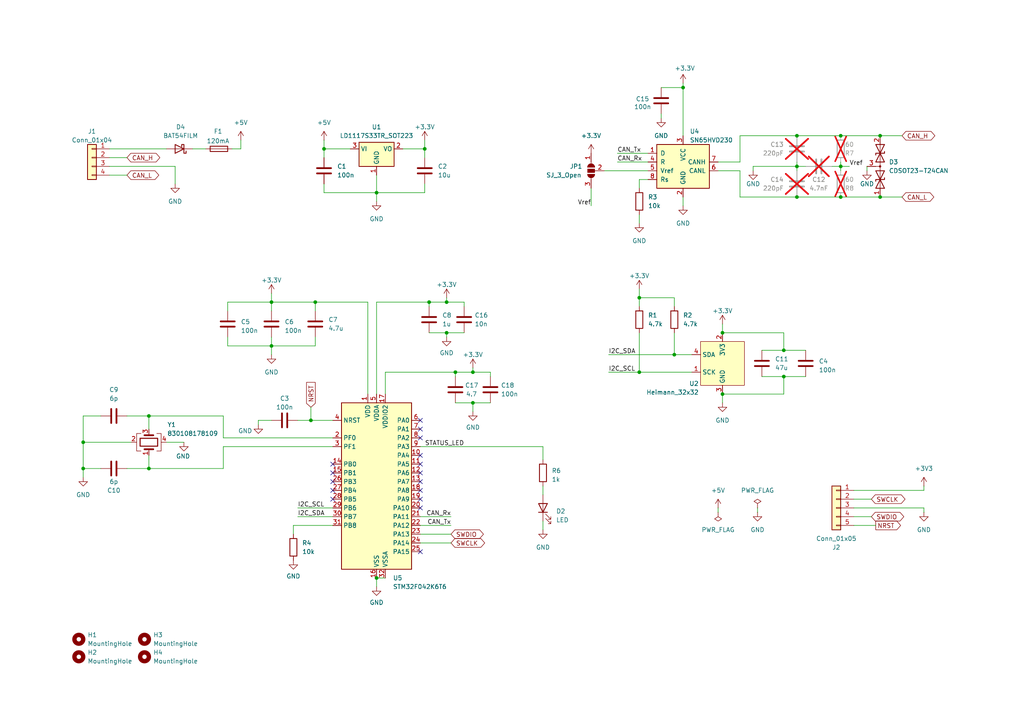
<source format=kicad_sch>
(kicad_sch (version 20231120) (generator "eeschema") (generator_version "8.0")
  (paper "A4")
  (lib_symbols
    (symbol "Connector_Generic:Conn_01x04" (pin_names (offset 1.016) hide)
      (property "Reference" "J" (at 0 5.08 0))
      (property "Value" "Conn_01x04" (at 0 -7.62 0))
      (symbol "Conn_01x04_1_1"
        (rectangle (start -1.27 -4.953) (end 0 -5.207) (stroke (width 0.1524)))
        (rectangle (start -1.27 -2.413) (end 0 -2.667) (stroke (width 0.1524)))
        (rectangle (start -1.27 0.127) (end 0 -0.127) (stroke (width 0.1524)))
        (rectangle (start -1.27 2.667) (end 0 2.413) (stroke (width 0.1524)))
        (rectangle (start -1.27 3.81) (end 1.27 -6.35) (stroke (width 0.254)) (fill (type background)))
        (pin passive line (at -5.08 2.54 0) (length 3.81) (name "Pin_1") (number "1"))
        (pin passive line (at -5.08 0 0) (length 3.81) (name "Pin_2") (number "2"))
        (pin passive line (at -5.08 -2.54 0) (length 3.81) (name "Pin_3") (number "3"))
        (pin passive line (at -5.08 -5.08 0) (length 3.81) (name "Pin_4") (number "4"))
      )
    )
    (symbol "Connector_Generic:Conn_01x05" (pin_names (offset 1.016) hide)
      (property "Reference" "J" (at 0 7.62 0))
      (property "Value" "Conn_01x05" (at 0 -7.62 0))
      (symbol "Conn_01x05_1_1"
        (rectangle (start -1.27 -4.953) (end 0 -5.207) (stroke (width 0.1524)))
        (rectangle (start -1.27 -2.413) (end 0 -2.667) (stroke (width 0.1524)))
        (rectangle (start -1.27 0.127) (end 0 -0.127) (stroke (width 0.1524)))
        (rectangle (start -1.27 2.667) (end 0 2.413) (stroke (width 0.1524)))
        (rectangle (start -1.27 5.207) (end 0 4.953) (stroke (width 0.1524)))
        (rectangle (start -1.27 6.35) (end 1.27 -6.35) (stroke (width 0.254)) (fill (type background)))
        (pin passive line (at -5.08 5.08 0) (length 3.81) (name "Pin_1") (number "1"))
        (pin passive line (at -5.08 2.54 0) (length 3.81) (name "Pin_2") (number "2"))
        (pin passive line (at -5.08 0 0) (length 3.81) (name "Pin_3") (number "3"))
        (pin passive line (at -5.08 -2.54 0) (length 3.81) (name "Pin_4") (number "4"))
        (pin passive line (at -5.08 -5.08 0) (length 3.81) (name "Pin_5") (number "5"))
      )
    )
    (symbol "Device:C" (pin_numbers hide) (pin_names (offset 0.254))
      (property "Reference" "C" (at 0.635 2.54 0))
      (property "Value" "C" (at 0.635 -2.54 0))
      (symbol "C_0_1"
        (polyline (pts (xy -2.032 -0.762) (xy 2.032 -0.762)) (stroke (width 0.508)))
        (polyline (pts (xy -2.032 0.762) (xy 2.032 0.762)) (stroke (width 0.508)))
      )
      (symbol "C_1_1"
        (pin passive line (at 0 3.81 270) (length 2.794) (name "~") (number "1"))
        (pin passive line (at 0 -3.81 90) (length 2.794) (name "~") (number "2"))
      )
    )
    (symbol "Device:D_Schottky" (pin_numbers hide) (pin_names (offset 1.016) hide)
      (property "Reference" "D" (at 0 2.54 0))
      (property "Value" "D_Schottky" (at 0 -2.54 0))
      (symbol "D_Schottky_0_1"
        (polyline (pts (xy 1.27 0) (xy -1.27 0)))
        (polyline (pts (xy 1.27 1.27) (xy 1.27 -1.27) (xy -1.27 0) (xy 1.27 1.27)) (stroke (width 0.254)))
        (polyline (pts (xy -1.905 0.635) (xy -1.905 1.27) (xy -1.27 1.27) (xy -1.27 -1.27) (xy -0.635 -1.27) (xy -0.635 -0.635)) (stroke (width 0.254)))
      )
      (symbol "D_Schottky_1_1"
        (pin passive line (at -3.81 0 0) (length 2.54) (name "K") (number "1"))
        (pin passive line (at 3.81 0 180) (length 2.54) (name "A") (number "2"))
      )
    )
    (symbol "Device:D_TVS_Dual_AAC" (pin_names (offset 1.016) hide)
      (property "Reference" "D" (at 0 4.445 0))
      (property "Value" "D_TVS_Dual_AAC" (at 0 2.54 0))
      (symbol "D_TVS_Dual_AAC_0_0"
        (polyline (pts (xy 0 -1.27) (xy 0 0)))
      )
      (symbol "D_TVS_Dual_AAC_0_1"
        (polyline (pts (xy -6.35 0) (xy 6.35 0)))
        (polyline (pts (xy -3.302 1.27) (xy -3.81 1.27) (xy -3.81 -1.27) (xy -4.318 -1.27)) (stroke (width 0.254)))
        (polyline (pts (xy 4.318 1.27) (xy 3.81 1.27) (xy 3.81 -1.27) (xy 3.302 -1.27)) (stroke (width 0.254)))
        (polyline (pts (xy -6.35 1.27) (xy -1.27 -1.27) (xy -1.27 1.27) (xy -6.35 -1.27) (xy -6.35 1.27)) (stroke (width 0.254)))
        (polyline (pts (xy 6.35 1.27) (xy 1.27 -1.27) (xy 1.27 1.27) (xy 6.35 -1.27) (xy 6.35 1.27)) (stroke (width 0.254)))
        (circle (center 0 0) (radius 0.254) (fill (type outline)))
      )
      (symbol "D_TVS_Dual_AAC_1_1"
        (pin passive line (at -8.89 0 0) (length 2.54) (name "A1") (number "1"))
        (pin passive line (at 8.89 0 180) (length 2.54) (name "A2") (number "2"))
        (pin input line (at 0 -3.81 90) (length 2.54) (name "common") (number "3"))
      )
    )
    (symbol "Device:Fuse" (pin_numbers hide) (pin_names (offset 0))
      (property "Reference" "F" (at 2.032 0 90))
      (property "Value" "Fuse" (at -1.905 0 90))
      (symbol "Fuse_0_1"
        (rectangle (start -0.762 -2.54) (end 0.762 2.54) (stroke (width 0.254)))
        (polyline (pts (xy 0 2.54) (xy 0 -2.54)))
      )
      (symbol "Fuse_1_1"
        (pin passive line (at 0 3.81 270) (length 1.27) (name "~") (number "1"))
        (pin passive line (at 0 -3.81 90) (length 1.27) (name "~") (number "2"))
      )
    )
    (symbol "Device:LED" (pin_numbers hide) (pin_names (offset 1.016) hide)
      (property "Reference" "D" (at 0 2.54 0))
      (property "Value" "LED" (at 0 -2.54 0))
      (symbol "LED_0_1"
        (polyline (pts (xy -1.27 -1.27) (xy -1.27 1.27)) (stroke (width 0.254)))
        (polyline (pts (xy -1.27 0) (xy 1.27 0)))
        (polyline (pts (xy 1.27 -1.27) (xy 1.27 1.27) (xy -1.27 0) (xy 1.27 -1.27)) (stroke (width 0.254)))
        (polyline (pts (xy -3.048 -0.762) (xy -4.572 -2.286) (xy -3.81 -2.286) (xy -4.572 -2.286) (xy -4.572 -1.524)))
        (polyline (pts (xy -1.778 -0.762) (xy -3.302 -2.286) (xy -2.54 -2.286) (xy -3.302 -2.286) (xy -3.302 -1.524)))
      )
      (symbol "LED_1_1"
        (pin passive line (at -3.81 0 0) (length 2.54) (name "K") (number "1"))
        (pin passive line (at 3.81 0 180) (length 2.54) (name "A") (number "2"))
      )
    )
    (symbol "Device:R" (pin_numbers hide) (pin_names (offset 0))
      (property "Reference" "R" (at 2.032 0 90))
      (property "Value" "R" (at 0 0 90))
      (symbol "R_0_1"
        (rectangle (start -1.016 -2.54) (end 1.016 2.54) (stroke (width 0.254)))
      )
      (symbol "R_1_1"
        (pin passive line (at 0 3.81 270) (length 1.27) (name "~") (number "1"))
        (pin passive line (at 0 -3.81 90) (length 1.27) (name "~") (number "2"))
      )
    )
    (symbol "FaSTTUBe_Crystals:830108178109" (pin_names (offset 1.016) hide)
      (property "Reference" "Y" (at 3.175 5.08 0))
      (property "Value" "830108178109" (at 3.175 3.175 0))
      (symbol "830108178109_0_1"
        (rectangle (start -1.143 2.54) (end 1.143 -2.54) (stroke (width 0.3048)))
        (polyline (pts (xy -2.54 0) (xy -2.032 0)))
        (polyline (pts (xy -2.032 -1.27) (xy -2.032 1.27)) (stroke (width 0.508)))
        (polyline (pts (xy 0 -3.81) (xy 0 -3.556)))
        (polyline (pts (xy 0 3.556) (xy 0 3.81)))
        (polyline (pts (xy 2.032 -1.27) (xy 2.032 1.27)) (stroke (width 0.508)))
        (polyline (pts (xy 2.032 0) (xy 2.54 0)))
        (polyline (pts (xy -2.54 -2.286) (xy -2.54 -3.556) (xy 2.54 -3.556) (xy 2.54 -2.286)))
        (polyline (pts (xy -2.54 2.286) (xy -2.54 3.556) (xy 2.54 3.556) (xy 2.54 2.286)))
      )
      (symbol "830108178109_1_1"
        (pin passive line (at -3.81 0 0) (length 1.27) (name "1") (number "1"))
        (pin passive line (at 0 5.08 270) (length 1.27) (name "2") (number "2"))
        (pin passive line (at 3.81 0 180) (length 1.27) (name "3") (number "3"))
        (pin passive line (at 0 -5.08 90) (length 1.27) (name "4") (number "4"))
      )
    )
    (symbol "GND_1" (power) (pin_numbers hide) (pin_names (offset 0) hide)
      (property "Value" "GND" (at 0 -3.81 0))
      (symbol "GND_1_0_1"
        (polyline (pts (xy 0 0) (xy 0 -1.27) (xy 1.27 -1.27) (xy 0 -2.54) (xy -1.27 -1.27) (xy 0 -1.27)))
      )
      (symbol "GND_1_1_1"
        (pin power_in line (at 0 0 270) (length 0) (name "~") (number "1"))
      )
    )
    (symbol "Interface_CAN_LIN:SN65HVD230" (pin_names (offset 1.016))
      (property "Reference" "U" (at -2.54 10.16 0))
      (property "Value" "SN65HVD230" (at -2.54 7.62 0))
      (symbol "SN65HVD230_0_1"
        (rectangle (start -7.62 5.08) (end 7.62 -7.62) (stroke (width 0.254)) (fill (type background)))
      )
      (symbol "SN65HVD230_1_1"
        (pin input line (at -10.16 2.54 0) (length 2.54) (name "D") (number "1"))
        (pin power_in line (at 0 -10.16 90) (length 2.54) (name "GND") (number "2"))
        (pin power_in line (at 0 7.62 270) (length 2.54) (name "VCC") (number "3"))
        (pin output line (at -10.16 0 0) (length 2.54) (name "R") (number "4"))
        (pin output line (at -10.16 -2.54 0) (length 2.54) (name "Vref") (number "5"))
        (pin bidirectional line (at 10.16 -2.54 180) (length 2.54) (name "CANL") (number "6"))
        (pin bidirectional line (at 10.16 0 180) (length 2.54) (name "CANH") (number "7"))
        (pin input line (at -10.16 -5.08 0) (length 2.54) (name "Rs") (number "8"))
      )
    )
    (symbol "Jumper:SolderJumper_3_Open" (pin_names (offset 0) hide)
      (property "Reference" "JP" (at -2.54 -2.54 0))
      (property "Value" "SolderJumper_3_Open" (at 0 2.794 0))
      (symbol "SolderJumper_3_Open_0_1"
        (arc (start -1.016 1.016) (mid -2.0276 0) (end -1.016 -1.016))
        (arc (start -1.016 1.016) (mid -2.0276 0) (end -1.016 -1.016) (fill (type outline)))
        (rectangle (start -0.508 1.016) (end 0.508 -1.016) (fill (type outline)))
        (polyline (pts (xy -2.54 0) (xy -2.032 0)))
        (polyline (pts (xy -1.016 1.016) (xy -1.016 -1.016)))
        (polyline (pts (xy 0 -1.27) (xy 0 -1.016)))
        (polyline (pts (xy 1.016 1.016) (xy 1.016 -1.016)))
        (polyline (pts (xy 2.54 0) (xy 2.032 0)))
        (arc (start 1.016 -1.016) (mid 2.0276 0) (end 1.016 1.016))
        (arc (start 1.016 -1.016) (mid 2.0276 0) (end 1.016 1.016) (fill (type outline)))
      )
      (symbol "SolderJumper_3_Open_1_1"
        (pin passive line (at -5.08 0 0) (length 2.54) (name "A") (number "1"))
        (pin passive line (at 0 -3.81 90) (length 2.54) (name "C") (number "2"))
        (pin passive line (at 5.08 0 180) (length 2.54) (name "B") (number "3"))
      )
    )
    (symbol "MCU_ST_STM32F0:STM32F042K6Tx"
      (property "Reference" "U" (at -10.16 26.67 0))
      (property "Value" "STM32F042K6Tx" (at 5.08 26.67 0))
      (symbol "STM32F042K6Tx_0_1"
        (rectangle (start -10.16 -22.86) (end 10.16 25.4) (stroke (width 0.254)) (fill (type background)))
      )
      (symbol "STM32F042K6Tx_1_1"
        (pin power_in line (at -2.54 27.94 270) (length 2.54) (name "VDD") (number "1"))
        (pin bidirectional line (at 12.7 10.16 180) (length 2.54) (name "PA4") (number "10"))
        (pin bidirectional line (at 12.7 7.62 180) (length 2.54) (name "PA5") (number "11"))
        (pin bidirectional line (at 12.7 5.08 180) (length 2.54) (name "PA6") (number "12"))
        (pin bidirectional line (at 12.7 2.54 180) (length 2.54) (name "PA7") (number "13"))
        (pin bidirectional line (at -12.7 7.62 0) (length 2.54) (name "PB0") (number "14"))
        (pin bidirectional line (at -12.7 5.08 0) (length 2.54) (name "PB1") (number "15"))
        (pin power_in line (at 0 -25.4 90) (length 2.54) (name "VSS") (number "16"))
        (pin power_in line (at 2.54 27.94 270) (length 2.54) (name "VDDIO2") (number "17"))
        (pin bidirectional line (at 12.7 0 180) (length 2.54) (name "PA8") (number "18"))
        (pin bidirectional line (at 12.7 -2.54 180) (length 2.54) (name "PA9") (number "19"))
        (pin bidirectional line (at -12.7 15.24 0) (length 2.54) (name "PF0") (number "2"))
        (pin bidirectional line (at 12.7 -5.08 180) (length 2.54) (name "PA10") (number "20"))
        (pin bidirectional line (at 12.7 -7.62 180) (length 2.54) (name "PA11") (number "21"))
        (pin bidirectional line (at 12.7 -10.16 180) (length 2.54) (name "PA12") (number "22"))
        (pin bidirectional line (at 12.7 -12.7 180) (length 2.54) (name "PA13") (number "23"))
        (pin bidirectional line (at 12.7 -15.24 180) (length 2.54) (name "PA14") (number "24"))
        (pin bidirectional line (at 12.7 -17.78 180) (length 2.54) (name "PA15") (number "25"))
        (pin bidirectional line (at -12.7 2.54 0) (length 2.54) (name "PB3") (number "26"))
        (pin bidirectional line (at -12.7 0 0) (length 2.54) (name "PB4") (number "27"))
        (pin bidirectional line (at -12.7 -2.54 0) (length 2.54) (name "PB5") (number "28"))
        (pin bidirectional line (at -12.7 -5.08 0) (length 2.54) (name "PB6") (number "29"))
        (pin bidirectional line (at -12.7 12.7 0) (length 2.54) (name "PF1") (number "3"))
        (pin bidirectional line (at -12.7 -7.62 0) (length 2.54) (name "PB7") (number "30"))
        (pin bidirectional line (at -12.7 -10.16 0) (length 2.54) (name "PB8") (number "31"))
        (pin power_in line (at 2.54 -25.4 90) (length 2.54) (name "VSSA") (number "32"))
        (pin input line (at -12.7 20.32 0) (length 2.54) (name "NRST") (number "4"))
        (pin power_in line (at 0 27.94 270) (length 2.54) (name "VDDA") (number "5"))
        (pin bidirectional line (at 12.7 20.32 180) (length 2.54) (name "PA0") (number "6"))
        (pin bidirectional line (at 12.7 17.78 180) (length 2.54) (name "PA1") (number "7"))
        (pin bidirectional line (at 12.7 15.24 180) (length 2.54) (name "PA2") (number "8"))
        (pin bidirectional line (at 12.7 12.7 180) (length 2.54) (name "PA3") (number "9"))
      )
    )
    (symbol "MountingHole_1" (pin_names (offset 1.016)) (exclude_from_sim yes) (in_bom no)
      (property "Reference" "H" (at 0 5.08 0))
      (property "Value" "MountingHole" (at 0 3.175 0))
      (symbol "MountingHole_1_0_1"
        (circle (center 0 0) (radius 1.27) (stroke (width 1.27)))
      )
    )
    (symbol "Regulator_Linear:LD1117S33TR_SOT223"
      (property "Reference" "U" (at -3.81 3.175 0))
      (property "Value" "LD1117S33TR_SOT223" (at 0 3.175 0))
      (symbol "LD1117S33TR_SOT223_0_1"
        (rectangle (start -5.08 -5.08) (end 5.08 1.905) (stroke (width 0.254)) (fill (type background)))
      )
      (symbol "LD1117S33TR_SOT223_1_1"
        (pin power_in line (at 0 -7.62 90) (length 2.54) (name "GND") (number "1"))
        (pin power_out line (at 7.62 0 180) (length 2.54) (name "VO") (number "2"))
        (pin power_in line (at -7.62 0 0) (length 2.54) (name "VI") (number "3"))
      )
    )
    (symbol "TTS:Heimann_16x16"
      (property "Reference" "U" (at 0 0 0))
      (property "Value" "Heimann_16x16" (at 0 0 0))
      (symbol "Heimann_16x16_0_1"
        (rectangle (start -6.35 6.35) (end 6.35 -6.35) (fill (type background)))
      )
      (symbol "Heimann_16x16_1_1"
        (pin bidirectional line (at 8.89 -2.54 180) (length 2.54) (name "SCK") (number "1"))
        (pin power_in line (at 0 8.89 270) (length 2.54) (name "3V3") (number "2"))
        (pin power_in line (at 0 -8.89 90) (length 2.54) (name "GND") (number "3"))
        (pin bidirectional line (at 8.89 2.54 180) (length 2.54) (name "SDA") (number "4"))
      )
    )
    (symbol "power:+3.3V" (power) (pin_names (offset 0))
      (property "Value" "+3.3V" (at 0 3.556 0))
      (symbol "+3.3V_0_1"
        (polyline (pts (xy -0.762 1.27) (xy 0 2.54)))
        (polyline (pts (xy 0 0) (xy 0 2.54)))
        (polyline (pts (xy 0 2.54) (xy 0.762 1.27)))
      )
      (symbol "+3.3V_1_1"
        (pin power_in line (at 0 0 90) (length 0) hide (name "+3.3V") (number "1"))
      )
    )
    (symbol "power:+3V3" (power) (pin_numbers hide) (pin_names (offset 0) hide)
      (property "Value" "+3V3" (at 0 3.556 0))
      (symbol "+3V3_0_1"
        (polyline (pts (xy -0.762 1.27) (xy 0 2.54)))
        (polyline (pts (xy 0 0) (xy 0 2.54)))
        (polyline (pts (xy 0 2.54) (xy 0.762 1.27)))
      )
      (symbol "+3V3_1_1"
        (pin power_in line (at 0 0 90) (length 0) (name "~") (number "1"))
      )
    )
    (symbol "power:+5V" (power) (pin_numbers hide) (pin_names (offset 0) hide)
      (property "Value" "+5V" (at 0 3.556 0))
      (symbol "+5V_0_1"
        (polyline (pts (xy -0.762 1.27) (xy 0 2.54)))
        (polyline (pts (xy 0 0) (xy 0 2.54)))
        (polyline (pts (xy 0 2.54) (xy 0.762 1.27)))
      )
      (symbol "+5V_1_1"
        (pin power_in line (at 0 0 90) (length 0) (name "~") (number "1"))
      )
    )
    (symbol "power:GND" (power) (pin_names (offset 0))
      (property "Value" "GND" (at 0 -3.81 0))
      (symbol "GND_0_1"
        (polyline (pts (xy 0 0) (xy 0 -1.27) (xy 1.27 -1.27) (xy 0 -2.54) (xy -1.27 -1.27) (xy 0 -1.27)))
      )
      (symbol "GND_1_1"
        (pin power_in line (at 0 0 270) (length 0) hide (name "GND") (number "1"))
      )
    )
    (symbol "power:PWR_FLAG" (power) (pin_numbers hide) (pin_names (offset 0) hide)
      (property "Value" "PWR_FLAG" (at 0 3.81 0))
      (symbol "PWR_FLAG_0_0"
        (pin power_out line (at 0 0 90) (length 0) (name "~") (number "1"))
      )
      (symbol "PWR_FLAG_0_1"
        (polyline (pts (xy 0 0) (xy 0 1.27) (xy -1.016 1.905) (xy 0 2.54) (xy 1.016 1.905) (xy 0 1.27)))
      )
    )
  )
  (junction (at 91.44 87.63))
  (junction (at 137.16 107.95))
  (junction (at 243.84 48.26))
  (junction (at 78.74 87.63))
  (junction (at 43.18 120.65))
  (junction (at 43.18 135.89))
  (junction (at 24.13 135.89))
  (junction (at 231.14 48.26))
  (junction (at 132.08 107.95))
  (junction (at 227.33 101.6))
  (junction (at 231.14 57.15))
  (junction (at 109.22 55.88))
  (junction (at 109.22 167.64))
  (junction (at 243.84 39.37))
  (junction (at 93.98 43.18))
  (junction (at 255.27 57.15))
  (junction (at 124.46 87.63))
  (junction (at 227.33 109.22))
  (junction (at 231.14 39.37))
  (junction (at 198.12 25.4))
  (junction (at 129.54 96.52))
  (junction (at 78.74 100.33))
  (junction (at 129.54 87.63))
  (junction (at 209.55 114.3))
  (junction (at 137.16 116.84))
  (junction (at 209.55 96.52))
  (junction (at 123.19 43.18))
  (junction (at 185.42 107.95))
  (junction (at 24.13 128.27))
  (junction (at 195.58 102.87))
  (junction (at 243.84 57.15))
  (junction (at 185.42 86.36))
  (junction (at 255.27 39.37))
  (junction (at 90.17 121.92))
  (no_connect (at 121.92 142.24))
  (no_connect (at 121.92 144.78))
  (no_connect (at 121.92 160.02))
  (no_connect (at 96.52 142.24))
  (no_connect (at 96.52 134.62))
  (no_connect (at 121.92 132.08))
  (no_connect (at 121.92 137.16))
  (no_connect (at 96.52 137.16))
  (no_connect (at 96.52 144.78))
  (no_connect (at 121.92 121.92))
  (no_connect (at 121.92 127))
  (no_connect (at 121.92 124.46))
  (no_connect (at 121.92 147.32))
  (no_connect (at 121.92 134.62))
  (no_connect (at 96.52 139.7))
  (no_connect (at 121.92 139.7))
  (wire (pts (xy 121.92 157.48) (xy 130.81 157.48)))
  (wire (pts (xy 247.65 144.78) (xy 252.73 144.78)))
  (wire (pts (xy 157.48 151.13) (xy 157.48 153.67)))
  (wire (pts (xy 124.46 87.63) (xy 124.46 88.9)))
  (wire (pts (xy 142.24 107.95) (xy 142.24 109.22)))
  (wire (pts (xy 31.75 50.8) (xy 36.83 50.8)))
  (wire (pts (xy 78.74 87.63) (xy 66.04 87.63)))
  (wire (pts (xy 78.74 97.79) (xy 78.74 100.33)))
  (wire (pts (xy 43.18 135.89) (xy 64.77 135.89)))
  (wire (pts (xy 116.84 43.18) (xy 123.19 43.18)))
  (wire (pts (xy 109.22 167.64) (xy 111.76 167.64)))
  (wire (pts (xy 78.74 100.33) (xy 91.44 100.33)))
  (wire (pts (xy 74.93 123.19) (xy 74.93 121.92)))
  (wire (pts (xy 218.44 49.53) (xy 218.44 48.26)))
  (wire (pts (xy 31.75 48.26) (xy 50.8 48.26)))
  (wire (pts (xy 109.22 167.64) (xy 109.22 170.18)))
  (wire (pts (xy 179.07 44.45) (xy 187.96 44.45)))
  (wire (pts (xy 31.75 45.72) (xy 36.83 45.72)))
  (wire (pts (xy 255.27 39.37) (xy 243.84 39.37)))
  (wire (pts (xy 191.77 25.4) (xy 198.12 25.4)))
  (wire (pts (xy 129.54 96.52) (xy 134.62 96.52)))
  (wire (pts (xy 137.16 107.95) (xy 142.24 107.95)))
  (wire (pts (xy 36.83 120.65) (xy 43.18 120.65)))
  (wire (pts (xy 121.92 149.86) (xy 130.81 149.86)))
  (wire (pts (xy 220.98 109.22) (xy 227.33 109.22)))
  (wire (pts (xy 176.53 102.87) (xy 195.58 102.87)))
  (wire (pts (xy 121.92 154.94) (xy 130.81 154.94)))
  (wire (pts (xy 247.65 152.4) (xy 254 152.4)))
  (wire (pts (xy 185.42 83.82) (xy 185.42 86.36)))
  (wire (pts (xy 24.13 135.89) (xy 24.13 138.43)))
  (wire (pts (xy 109.22 50.8) (xy 109.22 55.88)))
  (wire (pts (xy 86.36 121.92) (xy 90.17 121.92)))
  (wire (pts (xy 255.27 57.15) (xy 243.84 57.15)))
  (wire (pts (xy 24.13 128.27) (xy 24.13 135.89)))
  (wire (pts (xy 106.68 87.63) (xy 91.44 87.63)))
  (wire (pts (xy 29.21 120.65) (xy 24.13 120.65)))
  (wire (pts (xy 91.44 100.33) (xy 91.44 97.79)))
  (wire (pts (xy 134.62 87.63) (xy 134.62 88.9)))
  (wire (pts (xy 96.52 152.4) (xy 85.09 152.4)))
  (wire (pts (xy 243.84 46.99) (xy 243.84 48.26)))
  (wire (pts (xy 64.77 120.65) (xy 64.77 127)))
  (wire (pts (xy 171.45 59.69) (xy 171.45 54.61)))
  (wire (pts (xy 227.33 96.52) (xy 227.33 101.6)))
  (wire (pts (xy 246.38 48.26) (xy 243.84 48.26)))
  (wire (pts (xy 157.48 140.97) (xy 157.48 143.51)))
  (wire (pts (xy 86.36 149.86) (xy 96.52 149.86)))
  (wire (pts (xy 123.19 43.18) (xy 123.19 45.72)))
  (wire (pts (xy 111.76 107.95) (xy 111.76 114.3)))
  (wire (pts (xy 124.46 87.63) (xy 129.54 87.63)))
  (wire (pts (xy 109.22 87.63) (xy 109.22 114.3)))
  (wire (pts (xy 86.36 147.32) (xy 96.52 147.32)))
  (wire (pts (xy 243.84 39.37) (xy 231.14 39.37)))
  (wire (pts (xy 24.13 120.65) (xy 24.13 128.27)))
  (wire (pts (xy 121.92 129.54) (xy 157.48 129.54)))
  (wire (pts (xy 132.08 107.95) (xy 137.16 107.95)))
  (wire (pts (xy 214.63 46.99) (xy 214.63 39.37)))
  (wire (pts (xy 219.71 147.32) (xy 219.71 148.59)))
  (wire (pts (xy 137.16 106.68) (xy 137.16 107.95)))
  (wire (pts (xy 59.69 43.18) (xy 55.88 43.18)))
  (wire (pts (xy 121.92 152.4) (xy 130.81 152.4)))
  (wire (pts (xy 109.22 55.88) (xy 123.19 55.88)))
  (wire (pts (xy 74.93 121.92) (xy 78.74 121.92)))
  (wire (pts (xy 214.63 49.53) (xy 214.63 57.15)))
  (wire (pts (xy 195.58 88.9) (xy 195.58 86.36)))
  (wire (pts (xy 93.98 40.64) (xy 93.98 43.18)))
  (wire (pts (xy 195.58 102.87) (xy 195.58 96.52)))
  (wire (pts (xy 185.42 86.36) (xy 185.42 88.9)))
  (wire (pts (xy 247.65 149.86) (xy 252.73 149.86)))
  (wire (pts (xy 267.97 142.24) (xy 267.97 140.97)))
  (wire (pts (xy 185.42 107.95) (xy 200.66 107.95)))
  (wire (pts (xy 247.65 142.24) (xy 267.97 142.24)))
  (wire (pts (xy 231.14 49.53) (xy 231.14 48.26)))
  (wire (pts (xy 209.55 114.3) (xy 227.33 114.3)))
  (wire (pts (xy 91.44 87.63) (xy 78.74 87.63)))
  (wire (pts (xy 227.33 109.22) (xy 233.68 109.22)))
  (wire (pts (xy 24.13 135.89) (xy 29.21 135.89)))
  (wire (pts (xy 50.8 48.26) (xy 50.8 53.34)))
  (wire (pts (xy 78.74 85.09) (xy 78.74 87.63)))
  (wire (pts (xy 43.18 120.65) (xy 64.77 120.65)))
  (wire (pts (xy 195.58 102.87) (xy 200.66 102.87)))
  (wire (pts (xy 111.76 107.95) (xy 132.08 107.95)))
  (wire (pts (xy 123.19 40.64) (xy 123.19 43.18)))
  (wire (pts (xy 129.54 96.52) (xy 129.54 97.79)))
  (wire (pts (xy 43.18 132.08) (xy 43.18 135.89)))
  (wire (pts (xy 123.19 55.88) (xy 123.19 53.34)))
  (wire (pts (xy 124.46 96.52) (xy 129.54 96.52)))
  (wire (pts (xy 214.63 57.15) (xy 231.14 57.15)))
  (wire (pts (xy 227.33 109.22) (xy 227.33 114.3)))
  (wire (pts (xy 109.22 55.88) (xy 109.22 58.42)))
  (wire (pts (xy 64.77 127) (xy 96.52 127)))
  (wire (pts (xy 261.62 57.15) (xy 255.27 57.15)))
  (wire (pts (xy 90.17 118.11) (xy 90.17 121.92)))
  (wire (pts (xy 36.83 135.89) (xy 43.18 135.89)))
  (wire (pts (xy 137.16 116.84) (xy 142.24 116.84)))
  (wire (pts (xy 129.54 86.36) (xy 129.54 87.63)))
  (wire (pts (xy 24.13 128.27) (xy 38.1 128.27)))
  (wire (pts (xy 93.98 53.34) (xy 93.98 55.88)))
  (wire (pts (xy 175.26 49.53) (xy 187.96 49.53)))
  (wire (pts (xy 78.74 100.33) (xy 78.74 102.87)))
  (wire (pts (xy 185.42 52.07) (xy 187.96 52.07)))
  (wire (pts (xy 247.65 147.32) (xy 267.97 147.32)))
  (wire (pts (xy 208.28 49.53) (xy 214.63 49.53)))
  (wire (pts (xy 243.84 48.26) (xy 241.3 48.26)))
  (wire (pts (xy 208.28 147.32) (xy 208.28 148.59)))
  (wire (pts (xy 251.46 49.53) (xy 251.46 48.26)))
  (wire (pts (xy 137.16 116.84) (xy 137.16 119.38)))
  (wire (pts (xy 93.98 43.18) (xy 101.6 43.18)))
  (wire (pts (xy 243.84 49.53) (xy 243.84 48.26)))
  (wire (pts (xy 109.22 87.63) (xy 124.46 87.63)))
  (wire (pts (xy 132.08 116.84) (xy 137.16 116.84)))
  (wire (pts (xy 66.04 87.63) (xy 66.04 90.17)))
  (wire (pts (xy 261.62 39.37) (xy 255.27 39.37)))
  (wire (pts (xy 176.53 107.95) (xy 185.42 107.95)))
  (wire (pts (xy 185.42 54.61) (xy 185.42 52.07)))
  (wire (pts (xy 48.26 128.27) (xy 53.34 128.27)))
  (wire (pts (xy 67.31 43.18) (xy 69.85 43.18)))
  (wire (pts (xy 198.12 24.13) (xy 198.12 25.4)))
  (wire (pts (xy 267.97 147.32) (xy 267.97 148.59)))
  (wire (pts (xy 69.85 43.18) (xy 69.85 40.64)))
  (wire (pts (xy 90.17 121.92) (xy 96.52 121.92)))
  (wire (pts (xy 231.14 46.99) (xy 231.14 48.26)))
  (wire (pts (xy 132.08 107.95) (xy 132.08 109.22)))
  (wire (pts (xy 195.58 86.36) (xy 185.42 86.36)))
  (wire (pts (xy 78.74 87.63) (xy 78.74 90.17)))
  (wire (pts (xy 85.09 152.4) (xy 85.09 154.94)))
  (wire (pts (xy 209.55 114.3) (xy 209.55 116.84)))
  (wire (pts (xy 31.75 43.18) (xy 48.26 43.18)))
  (wire (pts (xy 209.55 93.98) (xy 209.55 96.52)))
  (wire (pts (xy 106.68 87.63) (xy 106.68 114.3)))
  (wire (pts (xy 243.84 57.15) (xy 231.14 57.15)))
  (wire (pts (xy 220.98 101.6) (xy 227.33 101.6)))
  (wire (pts (xy 93.98 55.88) (xy 109.22 55.88)))
  (wire (pts (xy 157.48 129.54) (xy 157.48 133.35)))
  (wire (pts (xy 198.12 25.4) (xy 198.12 39.37)))
  (wire (pts (xy 185.42 62.23) (xy 185.42 64.77)))
  (wire (pts (xy 43.18 120.65) (xy 43.18 124.46)))
  (wire (pts (xy 208.28 46.99) (xy 214.63 46.99)))
  (wire (pts (xy 233.68 48.26) (xy 231.14 48.26)))
  (wire (pts (xy 214.63 39.37) (xy 231.14 39.37)))
  (wire (pts (xy 66.04 100.33) (xy 78.74 100.33)))
  (wire (pts (xy 198.12 57.15) (xy 198.12 59.69)))
  (wire (pts (xy 191.77 34.29) (xy 191.77 33.02)))
  (wire (pts (xy 185.42 107.95) (xy 185.42 96.52)))
  (wire (pts (xy 227.33 101.6) (xy 233.68 101.6)))
  (wire (pts (xy 179.07 46.99) (xy 187.96 46.99)))
  (wire (pts (xy 66.04 97.79) (xy 66.04 100.33)))
  (wire (pts (xy 91.44 90.17) (xy 91.44 87.63)))
  (wire (pts (xy 96.52 129.54) (xy 64.77 129.54)))
  (wire (pts (xy 209.55 96.52) (xy 227.33 96.52)))
  (wire (pts (xy 129.54 87.63) (xy 134.62 87.63)))
  (wire (pts (xy 93.98 43.18) (xy 93.98 45.72)))
  (wire (pts (xy 64.77 129.54) (xy 64.77 135.89)))
  (wire (pts (xy 218.44 48.26) (xy 231.14 48.26)))
  (label "CAN_Tx" (at 130.81 152.4 180))
  (label "I2C_SDA" (at 86.36 149.86 0))
  (label "CAN_Rx" (at 130.81 149.86 180))
  (label "Vref" (at 171.45 59.69 180))
  (label "Vref" (at 246.38 48.26 0))
  (label "I2C_SCL" (at 86.36 147.32 0))
  (label "CAN_Rx" (at 179.07 46.99 0))
  (label "I2C_SDA" (at 176.53 102.87 0))
  (label "I2C_SCL" (at 176.53 107.95 0))
  (label "STATUS_LED" (at 134.62 129.54 180))
  (label "CAN_Tx" (at 179.07 44.45 0))
  (global_label "SWCLK" (shape bidirectional) (at 130.81 157.48 0) (property "Intersheetrefs" "${INTERSHEET_REFS}" (effects (hide yes))))
  (global_label "CAN_L" (shape bidirectional) (at 261.62 57.15 0) (property "Intersheetrefs" "${INTERSHEET_REFS}" (effects (hide yes))))
  (global_label "CAN_L" (shape bidirectional) (at 36.83 50.8 0) (property "Intersheetrefs" "${INTERSHEET_REFS}" (effects (hide yes))))
  (global_label "CAN_H" (shape bidirectional) (at 261.62 39.37 0) (property "Intersheetrefs" "${INTERSHEET_REFS}" (effects (hide yes))))
  (global_label "CAN_H" (shape bidirectional) (at 36.83 45.72 0) (property "Intersheetrefs" "${INTERSHEET_REFS}" (effects (hide yes))))
  (global_label "SWDIO" (shape bidirectional) (at 252.73 149.86 0) (property "Intersheetrefs" "${INTERSHEET_REFS}" (effects (hide yes))))
  (global_label "SWDIO" (shape bidirectional) (at 130.81 154.94 0) (property "Intersheetrefs" "${INTERSHEET_REFS}" (effects (hide yes))))
  (global_label "NRST" (shape input) (at 90.17 118.11 90) (property "Intersheetrefs" "${INTERSHEET_REFS}" (effects (hide yes))))
  (global_label "NRST" (shape output) (at 254 152.4 0) (property "Intersheetrefs" "${INTERSHEET_REFS}" (effects (hide yes))))
  (global_label "SWCLK" (shape bidirectional) (at 252.73 144.78 0) (property "Intersheetrefs" "${INTERSHEET_REFS}" (effects (hide yes))))
  (symbol (lib_id "FaSTTUBe_Crystals:830108178109") (at 43.18 128.27 90) (unit 1)
    (property "Reference" "Y1" (at 49.784 123.19 90))
    (property "Value" "830108178109" (at 55.88 125.73 90))
    (property "Footprint" "Crystal:Crystal_SMD_2016-4Pin_2.0x1.6mm" (effects (hide yes)))
    (property "Datasheet" "https://www.we-online.com/components/products/datasheet/830108178109.pdf" (effects (hide yes)))
    (property "Description" "16.0MHz Load Capacitance (CL) 8.00pF, Shunt Capacitance (C0) 3pF max" (effects (hide yes)))
  )
  (symbol (lib_id "Device:C") (at 66.04 93.98 0) (unit 1)
    (property "Reference" "C5" (at 69.85 93.345 0) (effects (justify left)))
    (property "Value" "100n" (at 69.85 95.885 0) (effects (justify left)))
    (property "Footprint" "Capacitor_SMD:C_0603_1608Metric" (effects (hide yes)))
    (property "LCSC" "C307331" (effects (hide yes)))
  )
  (symbol (lib_id "Device:C") (at 91.44 93.98 0) (unit 1)
    (property "Reference" "C7" (at 95.25 92.7099 0) (effects (justify left)))
    (property "Value" "4.7u" (at 95.25 95.2499 0) (effects (justify left)))
    (property "Footprint" "Capacitor_SMD:C_0603_1608Metric" (effects (hide yes)))
    (property "LCSC" "C307331" (effects (hide yes)))
  )
  (symbol (lib_name "GND_1") (lib_id "power:GND") (at 219.71 148.59 0) (unit 1)
    (property "Reference" "#PWR029" (effects (hide yes)))
    (property "Value" "GND" (at 219.71 153.67 0))
    (property "Description" "Power symbol creates a global label with name \"GND\" , ground" (effects (hide yes)))
  )
  (symbol (lib_id "Device:C") (at 93.98 49.53 0) (unit 1)
    (property "Reference" "C1" (at 97.79 48.2599 0) (effects (justify left)))
    (property "Value" "100n" (at 97.79 50.7999 0) (effects (justify left)))
    (property "Footprint" "Capacitor_SMD:C_0603_1608Metric" (effects (hide yes)))
    (property "LCSC" "C15849" (effects (hide yes)))
  )
  (symbol (lib_id "Device:Fuse") (at 63.5 43.18 90) (unit 1)
    (property "Reference" "F1" (at 64.516 38.1 90) (effects (justify left)))
    (property "Value" "120mA" (at 66.548 40.894 90) (effects (justify left)))
    (property "Footprint" "Fuse:Fuse_1206_3216Metric" (effects (hide yes)))
    (property "Datasheet" "https://www.mouser.de/datasheet/2/87/eaton_pts1206_6_60_volt_dc_surface_mount_resettabl-1608737.pdf" (effects (hide yes)))
  )
  (symbol (lib_id "power:GND") (at 78.74 102.87 0) (unit 1)
    (property "Reference" "#PWR014" (effects (hide yes)))
    (property "Value" "GND" (at 78.74 107.95 0))
  )
  (symbol (lib_id "Device:C") (at 33.02 120.65 90) (unit 1)
    (property "Reference" "C9" (at 33.02 113.03 90))
    (property "Value" "6p" (at 33.02 115.57 90))
    (property "Footprint" "Capacitor_SMD:C_0603_1608Metric" (effects (hide yes)))
    (property "LCSC" "C1549" (effects (hide yes)))
  )
  (symbol (lib_id "power:+3.3V") (at 78.74 85.09 0) (unit 1)
    (property "Reference" "#PWR04" (effects (hide yes)))
    (property "Value" "+3.3V" (at 78.74 81.28 0))
  )
  (symbol (lib_id "Device:C") (at 233.68 105.41 0) (unit 1)
    (property "Reference" "C4" (at 237.49 104.775 0) (effects (justify left)))
    (property "Value" "100n" (at 237.49 107.315 0) (effects (justify left)))
    (property "Footprint" "Capacitor_SMD:C_0603_1608Metric" (effects (hide yes)))
    (property "LCSC" "C307331" (effects (hide yes)))
  )
  (symbol (lib_id "power:GND") (at 191.77 34.29 0) (unit 1)
    (property "Reference" "#PWR027" (effects (hide yes)))
    (property "Value" "GND" (at 191.77 39.37 0))
  )
  (symbol (lib_id "Device:C") (at 231.14 43.18 0) (mirror y) (unit 1) (dnp yes)
    (property "Reference" "C13" (at 227.33 41.91 0) (effects (justify left)))
    (property "Value" "220pF" (at 227.33 44.45 0) (effects (justify left)))
    (property "Footprint" "Capacitor_SMD:C_0603_1608Metric" (effects (hide yes)))
  )
  (symbol (lib_name "MountingHole_1") (lib_id "Mechanical:MountingHole") (at 41.91 185.42 0) (unit 1) (exclude_from_sim yes) (in_bom no)
    (property "Reference" "H3" (at 44.45 184.1499 0) (effects (justify left)))
    (property "Value" "MountingHole" (at 44.45 186.6899 0) (effects (justify left)))
    (property "Footprint" "MountingHole:MountingHole_3.2mm_M3_DIN965" (effects (hide yes)))
    (property "Description" "Mounting Hole without connection" (effects (hide yes)))
  )
  (symbol (lib_id "Device:D_TVS_Dual_AAC") (at 255.27 48.26 270) (mirror x) (unit 1)
    (property "Reference" "D3" (at 257.81 46.99 90) (effects (justify left)))
    (property "Value" "CDSOT23-T24CAN" (at 257.81 49.53 90) (effects (justify left)))
    (property "Footprint" "Package_TO_SOT_SMD:SOT-23" (effects (hide yes)))
  )
  (symbol (lib_name "MountingHole_1") (lib_id "Mechanical:MountingHole") (at 41.91 190.5 0) (unit 1) (exclude_from_sim yes) (in_bom no)
    (property "Reference" "H4" (at 44.45 189.2299 0) (effects (justify left)))
    (property "Value" "MountingHole" (at 44.45 191.7699 0) (effects (justify left)))
    (property "Footprint" "MountingHole:MountingHole_3.2mm_M3_DIN965" (effects (hide yes)))
    (property "Description" "Mounting Hole without connection" (effects (hide yes)))
  )
  (symbol (lib_id "power:+3.3V") (at 137.16 106.68 0) (unit 1)
    (property "Reference" "#PWR017" (effects (hide yes)))
    (property "Value" "+3.3V" (at 137.16 102.87 0))
  )
  (symbol (lib_id "power:GND") (at 137.16 119.38 0) (unit 1)
    (property "Reference" "#PWR018" (effects (hide yes)))
    (property "Value" "GND" (at 137.16 123.952 0))
  )
  (symbol (lib_name "MountingHole_1") (lib_id "Mechanical:MountingHole") (at 22.86 190.5 0) (unit 1) (exclude_from_sim yes) (in_bom no)
    (property "Reference" "H2" (at 25.4 189.2299 0) (effects (justify left)))
    (property "Value" "MountingHole" (at 25.4 191.7699 0) (effects (justify left)))
    (property "Footprint" "MountingHole:MountingHole_3.2mm_M3_DIN965" (effects (hide yes)))
    (property "Description" "Mounting Hole without connection" (effects (hide yes)))
  )
  (symbol (lib_id "Device:LED") (at 157.48 147.32 90) (unit 1)
    (property "Reference" "D2" (at 161.29 148.2725 90) (effects (justify right)))
    (property "Value" "LED" (at 161.29 150.8125 90) (effects (justify right)))
    (property "Footprint" "LED_SMD:LED_0603_1608Metric" (effects (hide yes)))
    (property "LCSC" "C2286" (effects (hide yes)))
  )
  (symbol (lib_id "power:+5V") (at 208.28 147.32 0) (unit 1)
    (property "Reference" "#PWR028" (effects (hide yes)))
    (property "Value" "+5V" (at 208.28 142.24 0))
    (property "Description" "Power symbol creates a global label with name \"+5V\"" (effects (hide yes)))
  )
  (symbol (lib_id "Device:C") (at 237.49 48.26 270) (mirror x) (unit 1) (dnp yes)
    (property "Reference" "C12" (at 237.49 52.07 90))
    (property "Value" "4.7nF" (at 237.49 54.61 90))
    (property "Footprint" "Capacitor_SMD:C_0603_1608Metric" (effects (hide yes)))
  )
  (symbol (lib_id "power:+5V") (at 69.85 40.64 0) (unit 1)
    (property "Reference" "#PWR030" (effects (hide yes)))
    (property "Value" "+5V" (at 69.85 35.56 0))
    (property "Description" "Power symbol creates a global label with name \"+5V\"" (effects (hide yes)))
  )
  (symbol (lib_id "Device:R") (at 85.09 158.75 0) (unit 1)
    (property "Reference" "R4" (at 87.63 157.4799 0) (effects (justify left)))
    (property "Value" "10k" (at 87.63 160.0199 0) (effects (justify left)))
    (property "Footprint" "Resistor_SMD:R_0603_1608Metric" (effects (hide yes)))
    (property "LCSC" "C11702" (effects (hide yes)))
  )
  (symbol (lib_id "Device:R") (at 243.84 43.18 0) (mirror x) (unit 1) (dnp yes)
    (property "Reference" "R7" (at 246.38 44.45 0))
    (property "Value" "60" (at 246.38 41.91 0))
    (property "Footprint" "Resistor_SMD:R_0603_1608Metric" (effects (hide yes)))
  )
  (symbol (lib_id "Device:C") (at 82.55 121.92 90) (unit 1)
    (property "Reference" "C3" (at 82.55 115.57 90))
    (property "Value" "100n" (at 82.55 118.11 90))
    (property "Footprint" "Capacitor_SMD:C_0603_1608Metric" (effects (hide yes)))
    (property "LCSC" "C307331" (effects (hide yes)))
  )
  (symbol (lib_id "Device:C") (at 134.62 92.71 0) (unit 1)
    (property "Reference" "C16" (at 137.668 91.44 0) (effects (justify left)))
    (property "Value" "10n" (at 137.668 93.98 0) (effects (justify left)))
    (property "Footprint" "Capacitor_SMD:C_0603_1608Metric" (effects (hide yes)))
    (property "LCSC" "C307331" (effects (hide yes)))
  )
  (symbol (lib_id "power:GND") (at 198.12 59.69 0) (unit 1)
    (property "Reference" "#PWR011" (effects (hide yes)))
    (property "Value" "GND" (at 198.12 64.77 0))
  )
  (symbol (lib_name "GND_1") (lib_id "power:GND") (at 267.97 148.59 0) (unit 1)
    (property "Reference" "#PWR022" (effects (hide yes)))
    (property "Value" "GND" (at 267.97 153.67 0))
    (property "Description" "Power symbol creates a global label with name \"GND\" , ground" (effects (hide yes)))
  )
  (symbol (lib_id "Connector_Generic:Conn_01x04") (at 26.67 45.72 0) (mirror y) (unit 1)
    (property "Reference" "J1" (at 26.67 38.1 0))
    (property "Value" "Conn_01x04" (at 26.67 40.64 0))
    (property "Footprint" "FaSTTUBe_connectors:M8_718_4pin_horizontal" (effects (hide yes)))
  )
  (symbol (lib_id "power:GND") (at 50.8 53.34 0) (unit 1)
    (property "Reference" "#PWR02" (effects (hide yes)))
    (property "Value" "GND" (at 50.8 58.42 0))
  )
  (symbol (lib_id "Device:R") (at 185.42 58.42 0) (unit 1)
    (property "Reference" "R3" (at 187.96 57.1499 0) (effects (justify left)))
    (property "Value" "10k" (at 187.96 59.6899 0) (effects (justify left)))
    (property "Footprint" "Resistor_SMD:R_0603_1608Metric" (effects (hide yes)))
    (property "LCSC" "C17168" (effects (hide yes)))
  )
  (symbol (lib_id "power:+3.3V") (at 209.55 93.98 0) (unit 1)
    (property "Reference" "#PWR07" (effects (hide yes)))
    (property "Value" "+3.3V" (at 209.55 90.17 0))
  )
  (symbol (lib_id "power:+3.3V") (at 198.12 24.13 0) (unit 1)
    (property "Reference" "#PWR09" (effects (hide yes)))
    (property "Value" "+3.3V" (at 198.628 19.812 0))
  )
  (symbol (lib_id "Device:R") (at 195.58 92.71 0) (unit 1)
    (property "Reference" "R2" (at 198.12 91.4399 0) (effects (justify left)))
    (property "Value" "4.7k" (at 198.12 93.9799 0) (effects (justify left)))
    (property "Footprint" "Resistor_SMD:R_0603_1608Metric" (effects (hide yes)))
    (property "LCSC" "C11702" (effects (hide yes)))
  )
  (symbol (lib_id "power:+3V3") (at 267.97 140.97 0) (unit 1)
    (property "Reference" "#PWR06" (effects (hide yes)))
    (property "Value" "+3V3" (at 267.97 135.89 0))
    (property "Description" "Power symbol creates a global label with name \"+3V3\"" (effects (hide yes)))
  )
  (symbol (lib_id "power:GND") (at 129.54 97.79 0) (unit 1)
    (property "Reference" "#PWR016" (effects (hide yes)))
    (property "Value" "GND" (at 129.54 102.362 0))
  )
  (symbol (lib_id "MCU_ST_STM32F0:STM32F042K6Tx") (at 109.22 142.24 0) (unit 1)
    (property "Reference" "U5" (at 113.9541 167.64 0) (effects (justify left)))
    (property "Value" "STM32F042K6T6" (at 113.9541 170.18 0) (effects (justify left)))
    (property "Footprint" "Package_QFP:LQFP-32_7x7mm_P0.8mm" (effects (hide yes)))
    (property "Datasheet" "https://www.st.com/resource/en/datasheet/stm32f042k6.pdf" (effects (hide yes)))
    (property "Description" "STMicroelectronics Arm Cortex-M0 MCU, 32KB flash, 6KB RAM, 48 MHz, 2.0-3.6V, 26 GPIO, LQFP32" (effects (hide yes)))
  )
  (symbol (lib_id "power:+3.3V") (at 171.45 44.45 0) (mirror y) (unit 1)
    (property "Reference" "#PWR026" (effects (hide yes)))
    (property "Value" "+3.3V" (at 171.45 39.37 0))
  )
  (symbol (lib_id "power:GND") (at 85.09 162.56 0) (unit 1)
    (property "Reference" "#PWR015" (effects (hide yes)))
    (property "Value" "GND" (at 85.09 167.132 0))
  )
  (symbol (lib_id "Device:R") (at 185.42 92.71 0) (unit 1)
    (property "Reference" "R1" (at 187.96 91.4399 0) (effects (justify left)))
    (property "Value" "4.7k" (at 187.96 93.9799 0) (effects (justify left)))
    (property "Footprint" "Resistor_SMD:R_0603_1608Metric" (effects (hide yes)))
    (property "LCSC" "C11702" (effects (hide yes)))
  )
  (symbol (lib_id "Device:R") (at 243.84 53.34 0) (mirror x) (unit 1) (dnp yes)
    (property "Reference" "R8" (at 246.38 54.61 0))
    (property "Value" "60" (at 246.38 52.07 0))
    (property "Footprint" "Resistor_SMD:R_0603_1608Metric" (effects (hide yes)))
  )
  (symbol (lib_id "power:PWR_FLAG") (at 208.28 148.59 0) (mirror x) (unit 1)
    (property "Reference" "#FLG01" (effects (hide yes)))
    (property "Value" "PWR_FLAG" (at 208.28 153.67 0))
    (property "Description" "Special symbol for telling ERC where power comes from" (effects (hide yes)))
  )
  (symbol (lib_id "Interface_CAN_LIN:SN65HVD230") (at 198.12 46.99 0) (unit 1)
    (property "Reference" "U4" (at 200.0759 38.1 0) (effects (justify left)))
    (property "Value" "SN65HVD230" (at 200.0759 40.64 0) (effects (justify left)))
    (property "Footprint" "Package_SO:SOIC-8_3.9x4.9mm_P1.27mm" (effects (hide yes)))
    (property "Datasheet" "http://www.ti.com/lit/ds/symlink/sn65hvd230.pdf" (effects (hide yes)))
    (property "LCSC" "C12084" (effects (hide yes)))
  )
  (symbol (lib_id "Device:C") (at 220.98 105.41 0) (unit 1)
    (property "Reference" "C11" (at 224.79 104.1399 0) (effects (justify left)))
    (property "Value" "47u" (at 224.79 106.6799 0) (effects (justify left)))
    (property "Footprint" "Capacitor_SMD:C_0603_1608Metric" (effects (hide yes)))
    (property "LCSC" "C307331" (effects (hide yes)))
  )
  (symbol (lib_id "power:GND") (at 24.13 138.43 0) (unit 1)
    (property "Reference" "#PWR021" (effects (hide yes)))
    (property "Value" "GND" (at 24.13 143.51 0))
  )
  (symbol (lib_id "Device:C") (at 124.46 92.71 0) (unit 1)
    (property "Reference" "C8" (at 128.27 91.4399 0) (effects (justify left)))
    (property "Value" "1u" (at 128.27 93.9799 0) (effects (justify left)))
    (property "Footprint" "Capacitor_SMD:C_0603_1608Metric" (effects (hide yes)))
    (property "LCSC" "C307331" (effects (hide yes)))
  )
  (symbol (lib_name "MountingHole_1") (lib_id "Mechanical:MountingHole") (at 22.86 185.42 0) (unit 1) (exclude_from_sim yes) (in_bom no)
    (property "Reference" "H1" (at 25.4 184.1499 0) (effects (justify left)))
    (property "Value" "MountingHole" (at 25.4 186.6899 0) (effects (justify left)))
    (property "Footprint" "MountingHole:MountingHole_3.2mm_M3_DIN965" (effects (hide yes)))
    (property "Description" "Mounting Hole without connection" (effects (hide yes)))
  )
  (symbol (lib_id "power:GND") (at 251.46 49.53 0) (mirror y) (unit 1)
    (property "Reference" "#PWR024" (effects (hide yes)))
    (property "Value" "GND" (at 251.46 53.34 0))
  )
  (symbol (lib_id "power:GND") (at 53.34 128.27 0) (unit 1)
    (property "Reference" "#PWR020" (effects (hide yes)))
    (property "Value" "GND" (at 53.086 132.334 0))
  )
  (symbol (lib_id "TTS:Heimann_16x16") (at 209.55 105.41 0) (mirror y) (unit 1)
    (property "Reference" "U2" (at 199.898 111.252 0) (effects (justify right)))
    (property "Value" "Heimann_32x32" (at 187.452 113.792 0) (effects (justify right)))
    (property "Footprint" "TTS:TO-39_sidemount" (effects (hide yes)))
    (property "Datasheet" "https://cloud.fasttube.de/f/3478875" (effects (hide yes)))
  )
  (symbol (lib_id "power:GND") (at 209.55 116.84 0) (unit 1)
    (property "Reference" "#PWR010" (effects (hide yes)))
    (property "Value" "GND" (at 209.55 121.92 0))
  )
  (symbol (lib_id "Regulator_Linear:LD1117S33TR_SOT223") (at 109.22 43.18 0) (unit 1)
    (property "Reference" "U1" (at 109.22 36.83 0))
    (property "Value" "LD1117S33TR_SOT223" (at 109.22 39.37 0))
    (property "Footprint" "Package_TO_SOT_SMD:SOT-223-3_TabPin2" (effects (hide yes)))
    (property "Datasheet" "http://www.st.com/st-web-ui/static/active/en/resource/technical/document/datasheet/CD00000544.pdf" (effects (hide yes)))
  )
  (symbol (lib_id "Device:D_Schottky") (at 52.07 43.18 180) (unit 1)
    (property "Reference" "D4" (at 52.3875 36.83 0))
    (property "Value" "BAT54FILM" (at 52.3875 39.37 0))
    (property "Footprint" "TTS:SOT-23" (effects (hide yes)))
    (property "Datasheet" "https://www.mouser.de/datasheet/2/389/bat54-1849047.pdf" (effects (hide yes)))
    (property "Description" "Schottky diode" (effects (hide yes)))
  )
  (symbol (lib_id "Device:C") (at 78.74 93.98 0) (unit 1)
    (property "Reference" "C6" (at 82.55 93.345 0) (effects (justify left)))
    (property "Value" "100n" (at 82.55 95.885 0) (effects (justify left)))
    (property "Footprint" "Capacitor_SMD:C_0603_1608Metric" (effects (hide yes)))
    (property "LCSC" "C307331" (effects (hide yes)))
  )
  (symbol (lib_id "power:+3.3V") (at 129.54 86.36 0) (unit 1)
    (property "Reference" "#PWR019" (effects (hide yes)))
    (property "Value" "+3.3V" (at 129.54 82.55 0))
  )
  (symbol (lib_id "power:PWR_FLAG") (at 219.71 147.32 0) (unit 1)
    (property "Reference" "#FLG02" (effects (hide yes)))
    (property "Value" "PWR_FLAG" (at 219.71 142.24 0))
    (property "Description" "Special symbol for telling ERC where power comes from" (effects (hide yes)))
  )
  (symbol (lib_id "power:GND") (at 109.22 170.18 0) (unit 1)
    (property "Reference" "#PWR013" (effects (hide yes)))
    (property "Value" "GND" (at 109.22 174.752 0))
  )
  (symbol (lib_id "Connector_Generic:Conn_01x05") (at 242.57 147.32 0) (mirror y) (unit 1)
    (property "Reference" "J2" (at 242.57 158.75 0))
    (property "Value" "Conn_01x05" (at 242.57 156.21 0))
    (property "Footprint" "Connector_PinHeader_2.54mm:PinHeader_1x05_P2.54mm_Vertical" (effects (hide yes)))
    (property "Description" "Generic connector, single row, 01x05, script generated (kicad-library-utils/schlib/autogen/connector/)" (effects (hide yes)))
  )
  (symbol (lib_id "power:GND") (at 185.42 64.77 0) (unit 1)
    (property "Reference" "#PWR012" (effects (hide yes)))
    (property "Value" "GND" (at 185.42 69.85 0))
  )
  (symbol (lib_id "Device:C") (at 142.24 113.03 0) (unit 1)
    (property "Reference" "C18" (at 145.288 111.76 0) (effects (justify left)))
    (property "Value" "100n" (at 145.288 114.3 0) (effects (justify left)))
    (property "Footprint" "Capacitor_SMD:C_0603_1608Metric" (effects (hide yes)))
    (property "LCSC" "C307331" (effects (hide yes)))
  )
  (symbol (lib_id "Device:C") (at 123.19 49.53 0) (unit 1)
    (property "Reference" "C2" (at 127 48.2599 0) (effects (justify left)))
    (property "Value" "10u" (at 127 50.7999 0) (effects (justify left)))
    (property "Footprint" "Capacitor_SMD:C_0603_1608Metric" (effects (hide yes)))
    (property "LCSC" "C15849" (effects (hide yes)))
  )
  (symbol (lib_id "power:+3.3V") (at 185.42 83.82 0) (unit 1)
    (property "Reference" "#PWR05" (effects (hide yes)))
    (property "Value" "+3.3V" (at 185.42 80.01 0))
  )
  (symbol (lib_id "power:GND") (at 74.93 123.19 0) (unit 1)
    (property "Reference" "#PWR08" (effects (hide yes)))
    (property "Value" "GND" (at 71.12 124.968 0))
  )
  (symbol (lib_id "Device:C") (at 33.02 135.89 270) (unit 1)
    (property "Reference" "C10" (at 33.02 142.24 90))
    (property "Value" "6p" (at 33.02 139.7 90))
    (property "Footprint" "Capacitor_SMD:C_0603_1608Metric" (effects (hide yes)))
    (property "LCSC" "C1549" (effects (hide yes)))
  )
  (symbol (lib_id "Device:C") (at 231.14 53.34 0) (mirror y) (unit 1) (dnp yes)
    (property "Reference" "C14" (at 227.33 52.07 0) (effects (justify left)))
    (property "Value" "220pF" (at 227.33 54.61 0) (effects (justify left)))
    (property "Footprint" "Capacitor_SMD:C_0603_1608Metric" (effects (hide yes)))
  )
  (symbol (lib_id "power:+5V") (at 93.98 40.64 0) (unit 1)
    (property "Reference" "#PWR031" (effects (hide yes)))
    (property "Value" "+5V" (at 93.98 35.56 0))
    (property "Description" "Power symbol creates a global label with name \"+5V\"" (effects (hide yes)))
  )
  (symbol (lib_id "power:GND") (at 109.22 58.42 0) (unit 1)
    (property "Reference" "#PWR03" (effects (hide yes)))
    (property "Value" "GND" (at 109.22 63.5 0))
  )
  (symbol (lib_id "power:+3.3V") (at 123.19 40.64 0) (unit 1)
    (property "Reference" "#PWR01" (effects (hide yes)))
    (property "Value" "+3.3V" (at 123.19 36.83 0))
  )
  (symbol (lib_id "Device:R") (at 157.48 137.16 0) (unit 1)
    (property "Reference" "R6" (at 160.02 136.525 0) (effects (justify left)))
    (property "Value" "1k" (at 160.02 139.065 0) (effects (justify left)))
    (property "Footprint" "Resistor_SMD:R_0603_1608Metric" (effects (hide yes)))
    (property "LCSC" "C11702" (effects (hide yes)))
  )
  (symbol (lib_id "Device:C") (at 132.08 113.03 0) (unit 1)
    (property "Reference" "C17" (at 134.874 111.76 0) (effects (justify left)))
    (property "Value" "4.7" (at 135.128 114.3 0) (effects (justify left)))
    (property "Footprint" "Capacitor_SMD:C_0603_1608Metric" (effects (hide yes)))
    (property "LCSC" "C307331" (effects (hide yes)))
  )
  (symbol (lib_id "Jumper:SolderJumper_3_Open") (at 171.45 49.53 90) (mirror x) (unit 1)
    (property "Reference" "JP1" (at 168.91 48.26 90) (effects (justify left)))
    (property "Value" "SJ_3_Open" (at 168.656 50.8 90) (effects (justify left)))
    (property "Footprint" "Jumper:SolderJumper-3_P1.3mm_Open_RoundedPad1.0x1.5mm" (effects (hide yes)))
  )
  (symbol (lib_id "Device:C") (at 191.77 29.21 0) (unit 1)
    (property "Reference" "C15" (at 184.404 28.702 0) (effects (justify left)))
    (property "Value" "100n" (at 183.896 30.988 0) (effects (justify left)))
    (property "Footprint" "Capacitor_SMD:C_0603_1608Metric" (effects (hide yes)))
    (property "LCSC" "C307331" (effects (hide yes)))
  )
  (symbol (lib_id "power:GND") (at 218.44 49.53 0) (mirror y) (unit 1)
    (property "Reference" "#PWR025" (effects (hide yes)))
    (property "Value" "GND" (at 218.44 53.34 0))
  )
  (symbol (lib_id "power:GND") (at 157.48 153.67 0) (unit 1)
    (property "Reference" "#PWR023" (effects (hide yes)))
    (property "Value" "GND" (at 157.48 158.75 0))
  )
)
</source>
